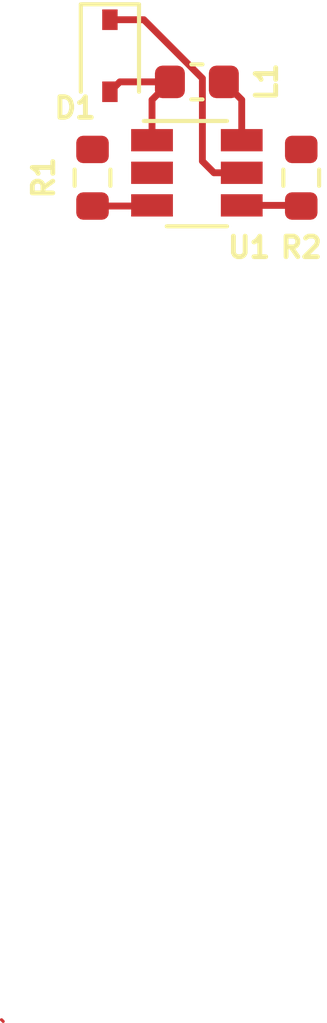
<source format=kicad_pcb>
(kicad_pcb (version 20171130) (host pcbnew "(5.1.8)-1")

  (general
    (thickness 1.6)
    (drawings 0)
    (tracks 17)
    (zones 0)
    (modules 5)
    (nets 8)
  )

  (page A4)
  (layers
    (0 F.Cu signal)
    (31 B.Cu signal)
    (32 B.Adhes user)
    (33 F.Adhes user)
    (34 B.Paste user)
    (35 F.Paste user)
    (36 B.SilkS user)
    (37 F.SilkS user)
    (38 B.Mask user)
    (39 F.Mask user)
    (40 Dwgs.User user hide)
    (41 Cmts.User user)
    (42 Eco1.User user)
    (43 Eco2.User user)
    (44 Edge.Cuts user)
    (45 Margin user)
    (46 B.CrtYd user)
    (47 F.CrtYd user)
    (48 B.Fab user)
    (49 F.Fab user hide)
  )

  (setup
    (last_trace_width 0.2)
    (user_trace_width 0.0889)
    (user_trace_width 0.127)
    (user_trace_width 0.2)
    (user_trace_width 0.25)
    (user_trace_width 0.3)
    (user_trace_width 0.4)
    (trace_clearance 0.0889)
    (zone_clearance 0.508)
    (zone_45_only no)
    (trace_min 0.0889)
    (via_size 0.8)
    (via_drill 0.4)
    (via_min_size 0.2)
    (via_min_drill 0.1)
    (user_via 0.28 0.15)
    (user_via 0.45 0.2)
    (uvia_size 0.3)
    (uvia_drill 0.1)
    (uvias_allowed no)
    (uvia_min_size 0.2)
    (uvia_min_drill 0.1)
    (edge_width 0.05)
    (segment_width 0.2)
    (pcb_text_width 0.3)
    (pcb_text_size 1.5 1.5)
    (mod_edge_width 0.12)
    (mod_text_size 0.6 0.6)
    (mod_text_width 0.14)
    (pad_size 0.28 0.28)
    (pad_drill 0)
    (pad_to_mask_clearance 0.051)
    (solder_mask_min_width 0.25)
    (aux_axis_origin 0 0)
    (visible_elements 7FFFFFFF)
    (pcbplotparams
      (layerselection 0x010fc_ffffffff)
      (usegerberextensions false)
      (usegerberattributes false)
      (usegerberadvancedattributes false)
      (creategerberjobfile false)
      (excludeedgelayer true)
      (linewidth 0.100000)
      (plotframeref false)
      (viasonmask false)
      (mode 1)
      (useauxorigin false)
      (hpglpennumber 1)
      (hpglpenspeed 20)
      (hpglpendiameter 15.000000)
      (psnegative false)
      (psa4output false)
      (plotreference true)
      (plotvalue true)
      (plotinvisibletext false)
      (padsonsilk false)
      (subtractmaskfromsilk false)
      (outputformat 1)
      (mirror false)
      (drillshape 1)
      (scaleselection 1)
      (outputdirectory ""))
  )

  (net 0 "")
  (net 1 GND)
  (net 2 VDDA)
  (net 3 LED+)
  (net 4 LED-)
  (net 5 "Net-(D1-Pad2)")
  (net 6 +3V0)
  (net 7 LEDPWM)

  (net_class Default "This is the default net class."
    (clearance 0.0889)
    (trace_width 0.0889)
    (via_dia 0.8)
    (via_drill 0.4)
    (uvia_dia 0.3)
    (uvia_drill 0.1)
    (add_net +3V0)
    (add_net GND)
    (add_net LED+)
    (add_net LED-)
    (add_net LEDPWM)
    (add_net "Net-(D1-Pad2)")
    (add_net VDDA)
  )

  (module Package_TO_SOT_SMD:TSOT-23-6 (layer F.Cu) (tedit 5A02FF57) (tstamp 5FD5D6EB)
    (at 133.35 64.118)
    (descr "6-pin TSOT23 package, http://cds.linear.com/docs/en/packaging/SOT_6_05-08-1636.pdf")
    (tags "TSOT-23-6 MK06A TSOT-6")
    (path /5FD57627)
    (attr smd)
    (fp_text reference U1 (at 1.524 2.176) (layer F.SilkS)
      (effects (font (size 0.6 0.6) (thickness 0.14)))
    )
    (fp_text value AP5724 (at 0 2.5) (layer F.Fab)
      (effects (font (size 1 1) (thickness 0.15)))
    )
    (fp_text user %R (at 0 0 90) (layer F.Fab)
      (effects (font (size 0.5 0.5) (thickness 0.075)))
    )
    (fp_line (start -0.88 1.56) (end 0.88 1.56) (layer F.SilkS) (width 0.12))
    (fp_line (start 0.88 -1.51) (end -1.55 -1.51) (layer F.SilkS) (width 0.12))
    (fp_line (start -0.88 -1) (end -0.43 -1.45) (layer F.Fab) (width 0.1))
    (fp_line (start 0.88 -1.45) (end -0.43 -1.45) (layer F.Fab) (width 0.1))
    (fp_line (start -0.88 -1) (end -0.88 1.45) (layer F.Fab) (width 0.1))
    (fp_line (start 0.88 1.45) (end -0.88 1.45) (layer F.Fab) (width 0.1))
    (fp_line (start 0.88 -1.45) (end 0.88 1.45) (layer F.Fab) (width 0.1))
    (fp_line (start -2.17 -1.7) (end 2.17 -1.7) (layer F.CrtYd) (width 0.05))
    (fp_line (start -2.17 -1.7) (end -2.17 1.7) (layer F.CrtYd) (width 0.05))
    (fp_line (start 2.17 1.7) (end 2.17 -1.7) (layer F.CrtYd) (width 0.05))
    (fp_line (start 2.17 1.7) (end -2.17 1.7) (layer F.CrtYd) (width 0.05))
    (pad 6 smd rect (at 1.31 -0.95) (size 1.22 0.65) (layers F.Cu F.Paste F.Mask)
      (net 6 +3V0))
    (pad 5 smd rect (at 1.31 0) (size 1.22 0.65) (layers F.Cu F.Paste F.Mask)
      (net 3 LED+))
    (pad 4 smd rect (at 1.31 0.95) (size 1.22 0.65) (layers F.Cu F.Paste F.Mask)
      (net 7 LEDPWM))
    (pad 3 smd rect (at -1.31 0.95) (size 1.22 0.65) (layers F.Cu F.Paste F.Mask)
      (net 4 LED-))
    (pad 2 smd rect (at -1.31 0) (size 1.22 0.65) (layers F.Cu F.Paste F.Mask)
      (net 1 GND))
    (pad 1 smd rect (at -1.31 -0.95) (size 1.22 0.65) (layers F.Cu F.Paste F.Mask)
      (net 5 "Net-(D1-Pad2)"))
    (model ${KISYS3DMOD}/Package_TO_SOT_SMD.3dshapes/TSOT-23-6.wrl
      (at (xyz 0 0 0))
      (scale (xyz 1 1 1))
      (rotate (xyz 0 0 0))
    )
  )

  (module Resistor_SMD:R_0603_1608Metric (layer F.Cu) (tedit 5F68FEEE) (tstamp 5FD5D6D5)
    (at 136.398 64.262 90)
    (descr "Resistor SMD 0603 (1608 Metric), square (rectangular) end terminal, IPC_7351 nominal, (Body size source: IPC-SM-782 page 72, https://www.pcb-3d.com/wordpress/wp-content/uploads/ipc-sm-782a_amendment_1_and_2.pdf), generated with kicad-footprint-generator")
    (tags resistor)
    (path /5FD5C82B)
    (attr smd)
    (fp_text reference R2 (at -2.032 0 180) (layer F.SilkS)
      (effects (font (size 0.6 0.6) (thickness 0.14)))
    )
    (fp_text value 10k (at 0 1.43 90) (layer F.Fab)
      (effects (font (size 1 1) (thickness 0.15)))
    )
    (fp_text user %R (at 0 0 90) (layer F.Fab)
      (effects (font (size 0.4 0.4) (thickness 0.06)))
    )
    (fp_line (start -0.8 0.4125) (end -0.8 -0.4125) (layer F.Fab) (width 0.1))
    (fp_line (start -0.8 -0.4125) (end 0.8 -0.4125) (layer F.Fab) (width 0.1))
    (fp_line (start 0.8 -0.4125) (end 0.8 0.4125) (layer F.Fab) (width 0.1))
    (fp_line (start 0.8 0.4125) (end -0.8 0.4125) (layer F.Fab) (width 0.1))
    (fp_line (start -0.237258 -0.5225) (end 0.237258 -0.5225) (layer F.SilkS) (width 0.12))
    (fp_line (start -0.237258 0.5225) (end 0.237258 0.5225) (layer F.SilkS) (width 0.12))
    (fp_line (start -1.48 0.73) (end -1.48 -0.73) (layer F.CrtYd) (width 0.05))
    (fp_line (start -1.48 -0.73) (end 1.48 -0.73) (layer F.CrtYd) (width 0.05))
    (fp_line (start 1.48 -0.73) (end 1.48 0.73) (layer F.CrtYd) (width 0.05))
    (fp_line (start 1.48 0.73) (end -1.48 0.73) (layer F.CrtYd) (width 0.05))
    (pad 2 smd roundrect (at 0.825 0 90) (size 0.8 0.95) (layers F.Cu F.Paste F.Mask) (roundrect_rratio 0.25)
      (net 1 GND))
    (pad 1 smd roundrect (at -0.825 0 90) (size 0.8 0.95) (layers F.Cu F.Paste F.Mask) (roundrect_rratio 0.25)
      (net 7 LEDPWM))
    (model ${KISYS3DMOD}/Resistor_SMD.3dshapes/R_0603_1608Metric.wrl
      (at (xyz 0 0 0))
      (scale (xyz 1 1 1))
      (rotate (xyz 0 0 0))
    )
  )

  (module Resistor_SMD:R_0603_1608Metric (layer F.Cu) (tedit 5F68FEEE) (tstamp 5FD5D6C4)
    (at 130.302 64.262 90)
    (descr "Resistor SMD 0603 (1608 Metric), square (rectangular) end terminal, IPC_7351 nominal, (Body size source: IPC-SM-782 page 72, https://www.pcb-3d.com/wordpress/wp-content/uploads/ipc-sm-782a_amendment_1_and_2.pdf), generated with kicad-footprint-generator")
    (tags resistor)
    (path /5FD5B43F)
    (attr smd)
    (fp_text reference R1 (at 0 -1.43 90) (layer F.SilkS)
      (effects (font (size 0.6 0.6) (thickness 0.14)))
    )
    (fp_text value 5R6 (at 0 1.43 90) (layer F.Fab)
      (effects (font (size 1 1) (thickness 0.15)))
    )
    (fp_text user %R (at 0 0 90) (layer F.Fab)
      (effects (font (size 0.4 0.4) (thickness 0.06)))
    )
    (fp_line (start -0.8 0.4125) (end -0.8 -0.4125) (layer F.Fab) (width 0.1))
    (fp_line (start -0.8 -0.4125) (end 0.8 -0.4125) (layer F.Fab) (width 0.1))
    (fp_line (start 0.8 -0.4125) (end 0.8 0.4125) (layer F.Fab) (width 0.1))
    (fp_line (start 0.8 0.4125) (end -0.8 0.4125) (layer F.Fab) (width 0.1))
    (fp_line (start -0.237258 -0.5225) (end 0.237258 -0.5225) (layer F.SilkS) (width 0.12))
    (fp_line (start -0.237258 0.5225) (end 0.237258 0.5225) (layer F.SilkS) (width 0.12))
    (fp_line (start -1.48 0.73) (end -1.48 -0.73) (layer F.CrtYd) (width 0.05))
    (fp_line (start -1.48 -0.73) (end 1.48 -0.73) (layer F.CrtYd) (width 0.05))
    (fp_line (start 1.48 -0.73) (end 1.48 0.73) (layer F.CrtYd) (width 0.05))
    (fp_line (start 1.48 0.73) (end -1.48 0.73) (layer F.CrtYd) (width 0.05))
    (pad 2 smd roundrect (at 0.825 0 90) (size 0.8 0.95) (layers F.Cu F.Paste F.Mask) (roundrect_rratio 0.25)
      (net 1 GND))
    (pad 1 smd roundrect (at -0.825 0 90) (size 0.8 0.95) (layers F.Cu F.Paste F.Mask) (roundrect_rratio 0.25)
      (net 4 LED-))
    (model ${KISYS3DMOD}/Resistor_SMD.3dshapes/R_0603_1608Metric.wrl
      (at (xyz 0 0 0))
      (scale (xyz 1 1 1))
      (rotate (xyz 0 0 0))
    )
  )

  (module Inductor_SMD:L_0603_1608Metric (layer F.Cu) (tedit 5F68FEF0) (tstamp 5FD5D6B3)
    (at 133.35 61.468 180)
    (descr "Inductor SMD 0603 (1608 Metric), square (rectangular) end terminal, IPC_7351 nominal, (Body size source: http://www.tortai-tech.com/upload/download/2011102023233369053.pdf), generated with kicad-footprint-generator")
    (tags inductor)
    (path /5FD58501)
    (attr smd)
    (fp_text reference L1 (at -2.032 0 270) (layer F.SilkS)
      (effects (font (size 0.6 0.6) (thickness 0.14)))
    )
    (fp_text value 22u (at 0 1.43) (layer F.Fab)
      (effects (font (size 1 1) (thickness 0.15)))
    )
    (fp_text user %R (at 0 0) (layer F.Fab)
      (effects (font (size 0.4 0.4) (thickness 0.06)))
    )
    (fp_line (start -0.8 0.4) (end -0.8 -0.4) (layer F.Fab) (width 0.1))
    (fp_line (start -0.8 -0.4) (end 0.8 -0.4) (layer F.Fab) (width 0.1))
    (fp_line (start 0.8 -0.4) (end 0.8 0.4) (layer F.Fab) (width 0.1))
    (fp_line (start 0.8 0.4) (end -0.8 0.4) (layer F.Fab) (width 0.1))
    (fp_line (start -0.162779 -0.51) (end 0.162779 -0.51) (layer F.SilkS) (width 0.12))
    (fp_line (start -0.162779 0.51) (end 0.162779 0.51) (layer F.SilkS) (width 0.12))
    (fp_line (start -1.48 0.73) (end -1.48 -0.73) (layer F.CrtYd) (width 0.05))
    (fp_line (start -1.48 -0.73) (end 1.48 -0.73) (layer F.CrtYd) (width 0.05))
    (fp_line (start 1.48 -0.73) (end 1.48 0.73) (layer F.CrtYd) (width 0.05))
    (fp_line (start 1.48 0.73) (end -1.48 0.73) (layer F.CrtYd) (width 0.05))
    (pad 2 smd roundrect (at 0.7875 0 180) (size 0.875 0.95) (layers F.Cu F.Paste F.Mask) (roundrect_rratio 0.25)
      (net 5 "Net-(D1-Pad2)"))
    (pad 1 smd roundrect (at -0.7875 0 180) (size 0.875 0.95) (layers F.Cu F.Paste F.Mask) (roundrect_rratio 0.25)
      (net 6 +3V0))
    (model ${KISYS3DMOD}/Inductor_SMD.3dshapes/L_0603_1608Metric.wrl
      (at (xyz 0 0 0))
      (scale (xyz 1 1 1))
      (rotate (xyz 0 0 0))
    )
  )

  (module Diode_SMD:D_SOD-323 (layer F.Cu) (tedit 58641739) (tstamp 5FD5D6A2)
    (at 130.81 60.706 270)
    (descr SOD-323)
    (tags SOD-323)
    (path /5FD5A40A)
    (attr smd)
    (fp_text reference D1 (at 1.524 1.016 180) (layer F.SilkS)
      (effects (font (size 0.6 0.6) (thickness 0.14)))
    )
    (fp_text value PMEG4010BEA (at 0.1 1.9 90) (layer F.Fab)
      (effects (font (size 1 1) (thickness 0.15)))
    )
    (fp_text user %R (at 0 -1.85 90) (layer F.Fab)
      (effects (font (size 1 1) (thickness 0.15)))
    )
    (fp_line (start -1.5 -0.85) (end -1.5 0.85) (layer F.SilkS) (width 0.12))
    (fp_line (start 0.2 0) (end 0.45 0) (layer F.Fab) (width 0.1))
    (fp_line (start 0.2 0.35) (end -0.3 0) (layer F.Fab) (width 0.1))
    (fp_line (start 0.2 -0.35) (end 0.2 0.35) (layer F.Fab) (width 0.1))
    (fp_line (start -0.3 0) (end 0.2 -0.35) (layer F.Fab) (width 0.1))
    (fp_line (start -0.3 0) (end -0.5 0) (layer F.Fab) (width 0.1))
    (fp_line (start -0.3 -0.35) (end -0.3 0.35) (layer F.Fab) (width 0.1))
    (fp_line (start -0.9 0.7) (end -0.9 -0.7) (layer F.Fab) (width 0.1))
    (fp_line (start 0.9 0.7) (end -0.9 0.7) (layer F.Fab) (width 0.1))
    (fp_line (start 0.9 -0.7) (end 0.9 0.7) (layer F.Fab) (width 0.1))
    (fp_line (start -0.9 -0.7) (end 0.9 -0.7) (layer F.Fab) (width 0.1))
    (fp_line (start -1.6 -0.95) (end 1.6 -0.95) (layer F.CrtYd) (width 0.05))
    (fp_line (start 1.6 -0.95) (end 1.6 0.95) (layer F.CrtYd) (width 0.05))
    (fp_line (start -1.6 0.95) (end 1.6 0.95) (layer F.CrtYd) (width 0.05))
    (fp_line (start -1.6 -0.95) (end -1.6 0.95) (layer F.CrtYd) (width 0.05))
    (fp_line (start -1.5 0.85) (end 1.05 0.85) (layer F.SilkS) (width 0.12))
    (fp_line (start -1.5 -0.85) (end 1.05 -0.85) (layer F.SilkS) (width 0.12))
    (pad 2 smd rect (at 1.05 0 270) (size 0.6 0.45) (layers F.Cu F.Paste F.Mask)
      (net 5 "Net-(D1-Pad2)"))
    (pad 1 smd rect (at -1.05 0 270) (size 0.6 0.45) (layers F.Cu F.Paste F.Mask)
      (net 3 LED+))
    (model ${KISYS3DMOD}/Diode_SMD.3dshapes/D_SOD-323.wrl
      (at (xyz 0 0 0))
      (scale (xyz 1 1 1))
      (rotate (xyz 0 0 0))
    )
  )

  (segment (start 127.6444 88.8078) (end 127.644401 88.8078) (width 0.0889) (layer F.Cu) (net 2))
  (segment (start 127.644401 88.8078) (end 127.693122 88.856521) (width 0.0889) (layer F.Cu) (net 2))
  (segment (start 133.85 64.118) (end 134.66 64.118) (width 0.2) (layer F.Cu) (net 3))
  (segment (start 133.51109 63.77909) (end 133.85 64.118) (width 0.2) (layer F.Cu) (net 3))
  (segment (start 131.802022 59.656) (end 133.51109 61.365068) (width 0.2) (layer F.Cu) (net 3))
  (segment (start 133.51109 61.365068) (end 133.51109 63.77909) (width 0.2) (layer F.Cu) (net 3))
  (segment (start 130.81 59.656) (end 131.802022 59.656) (width 0.2) (layer F.Cu) (net 3))
  (segment (start 132.021 65.087) (end 132.04 65.068) (width 0.2) (layer F.Cu) (net 4))
  (segment (start 130.302 65.087) (end 132.021 65.087) (width 0.2) (layer F.Cu) (net 4))
  (segment (start 132.04 61.9905) (end 132.5625 61.468) (width 0.2) (layer F.Cu) (net 5))
  (segment (start 132.04 63.168) (end 132.04 61.9905) (width 0.2) (layer F.Cu) (net 5))
  (segment (start 131.098 61.468) (end 130.81 61.756) (width 0.2) (layer F.Cu) (net 5))
  (segment (start 132.5625 61.468) (end 131.098 61.468) (width 0.2) (layer F.Cu) (net 5))
  (segment (start 134.66 61.9905) (end 134.1375 61.468) (width 0.2) (layer F.Cu) (net 6))
  (segment (start 134.66 63.168) (end 134.66 61.9905) (width 0.2) (layer F.Cu) (net 6))
  (segment (start 136.379 65.068) (end 136.398 65.087) (width 0.2) (layer F.Cu) (net 7))
  (segment (start 134.66 65.068) (end 136.379 65.068) (width 0.2) (layer F.Cu) (net 7))

)

</source>
